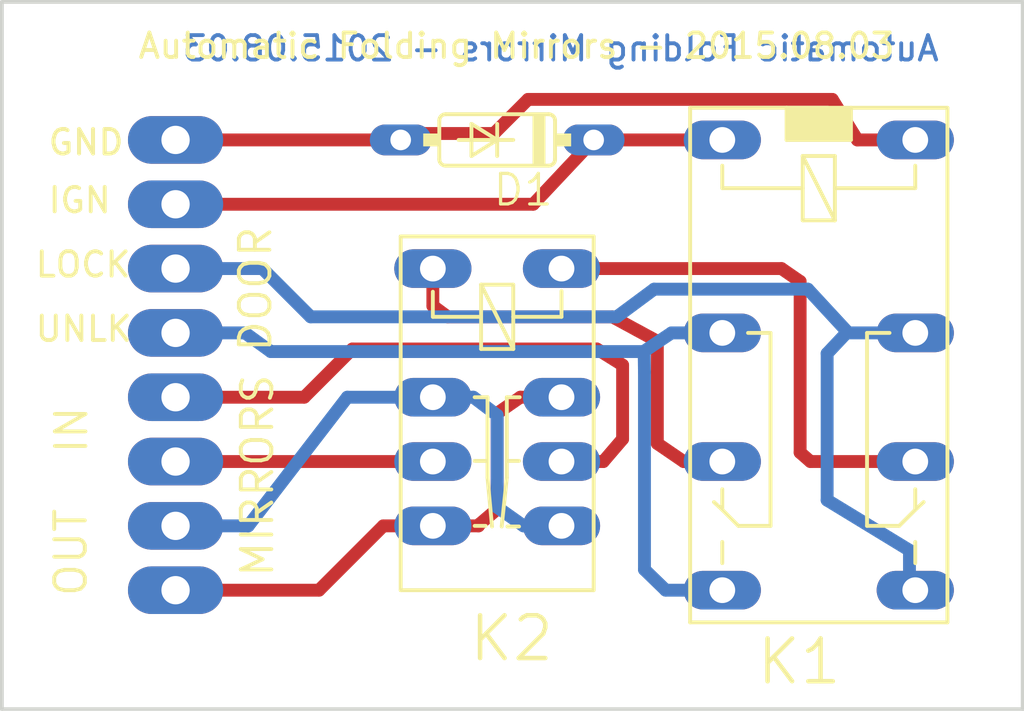
<source format=kicad_pcb>
(kicad_pcb (version 20171130) (host pcbnew "(5.1.2)-1")

  (general
    (thickness 1.6)
    (drawings 15)
    (tracks 70)
    (zones 0)
    (modules 7)
    (nets 11)
  )

  (page A4)
  (layers
    (0 Top signal)
    (31 Bottom signal)
    (32 B.Adhes user)
    (33 F.Adhes user)
    (34 B.Paste user)
    (35 F.Paste user)
    (36 B.SilkS user)
    (37 F.SilkS user)
    (38 B.Mask user)
    (39 F.Mask user)
    (40 Dwgs.User user)
    (41 Cmts.User user)
    (42 Eco1.User user)
    (43 Eco2.User user)
    (44 Edge.Cuts user)
    (45 Margin user)
    (46 B.CrtYd user)
    (47 F.CrtYd user)
    (48 B.Fab user)
    (49 F.Fab user)
  )

  (setup
    (last_trace_width 0.25)
    (trace_clearance 0.1524)
    (zone_clearance 0.508)
    (zone_45_only no)
    (trace_min 0.2)
    (via_size 0.8)
    (via_drill 0.4)
    (via_min_size 0.4)
    (via_min_drill 0.3)
    (uvia_size 0.3)
    (uvia_drill 0.1)
    (uvias_allowed no)
    (uvia_min_size 0.2)
    (uvia_min_drill 0.1)
    (edge_width 0.05)
    (segment_width 0.2)
    (pcb_text_width 0.3)
    (pcb_text_size 1.5 1.5)
    (mod_edge_width 0.12)
    (mod_text_size 1 1)
    (mod_text_width 0.15)
    (pad_size 1.524 1.524)
    (pad_drill 0.762)
    (pad_to_mask_clearance 0.051)
    (solder_mask_min_width 0.25)
    (aux_axis_origin 0 0)
    (visible_elements FFFFFF7F)
    (pcbplotparams
      (layerselection 0x010fc_ffffffff)
      (usegerberextensions false)
      (usegerberattributes false)
      (usegerberadvancedattributes false)
      (creategerberjobfile false)
      (excludeedgelayer true)
      (linewidth 0.100000)
      (plotframeref false)
      (viasonmask false)
      (mode 1)
      (useauxorigin false)
      (hpglpennumber 1)
      (hpglpenspeed 20)
      (hpglpendiameter 15.000000)
      (psnegative false)
      (psa4output false)
      (plotreference true)
      (plotvalue true)
      (plotinvisibletext false)
      (padsonsilk false)
      (subtractmaskfromsilk false)
      (outputformat 1)
      (mirror false)
      (drillshape 1)
      (scaleselection 1)
      (outputdirectory ""))
  )

  (net 0 "")
  (net 1 GND)
  (net 2 "Net-(J2-Pad2)")
  (net 3 "Net-(J2-Pad1)")
  (net 4 "Net-(J3-Pad2)")
  (net 5 "Net-(J3-Pad1)")
  (net 6 "Net-(K1-PadO2)")
  (net 7 "Net-(J4-Pad2)")
  (net 8 "Net-(J4-Pad1)")
  (net 9 "Net-(K1-PadO1)")
  (net 10 "Net-(D1-PadC)")

  (net_class Default "This is the default net class."
    (clearance 0.1524)
    (trace_width 0.25)
    (via_dia 0.8)
    (via_drill 0.4)
    (uvia_dia 0.3)
    (uvia_drill 0.1)
    (add_net GND)
    (add_net "Net-(D1-PadC)")
    (add_net "Net-(J2-Pad1)")
    (add_net "Net-(J2-Pad2)")
    (add_net "Net-(J3-Pad1)")
    (add_net "Net-(J3-Pad2)")
    (add_net "Net-(J4-Pad1)")
    (add_net "Net-(J4-Pad2)")
    (add_net "Net-(K1-PadO1)")
    (add_net "Net-(K1-PadO2)")
  )

  (module folding_mirrors:DO35-7 (layer Top) (tedit 0) (tstamp 5CFD594F)
    (at 147.9041 96.4896 180)
    (descr "<B>DIODE</B><p>\ndiameter 2 mm, horizontal, grid 7.62 mm")
    (path /AE17BF77)
    (fp_text reference D1 (at -2.286 -1.27 180) (layer F.SilkS)
      (effects (font (size 1.2065 1.2065) (thickness 0.127)) (justify right top))
    )
    (fp_text value 1N4148 (at -2.286 2.667 180) (layer F.Fab)
      (effects (font (size 1.2065 1.2065) (thickness 0.127)) (justify right top))
    )
    (fp_poly (pts (xy -2.921 0.254) (xy -2.286 0.254) (xy -2.286 -0.254) (xy -2.921 -0.254)) (layer F.SilkS) (width 0))
    (fp_poly (pts (xy 2.286 0.254) (xy 2.921 0.254) (xy 2.921 -0.254) (xy 2.286 -0.254)) (layer F.SilkS) (width 0))
    (fp_poly (pts (xy -1.905 1.016) (xy -1.397 1.016) (xy -1.397 -1.016) (xy -1.905 -1.016)) (layer F.SilkS) (width 0))
    (fp_line (start -2.032 -1.016) (end 2.032 -1.016) (layer F.SilkS) (width 0.1524))
    (fp_line (start -2.286 -0.762) (end -2.286 0.762) (layer F.SilkS) (width 0.1524))
    (fp_line (start -2.032 1.016) (end 2.032 1.016) (layer F.SilkS) (width 0.1524))
    (fp_arc (start -2.032 0.762) (end -2.286 0.762) (angle -90) (layer F.SilkS) (width 0.1524))
    (fp_arc (start -2.032 -0.762) (end -2.286 -0.762) (angle 90) (layer F.SilkS) (width 0.1524))
    (fp_arc (start 2.032 0.762) (end 2.032 1.016) (angle -90) (layer F.SilkS) (width 0.1524))
    (fp_line (start 2.286 -0.762) (end 2.286 0.762) (layer F.SilkS) (width 0.1524))
    (fp_arc (start 2.032 -0.762) (end 2.032 -1.016) (angle 90) (layer F.SilkS) (width 0.1524))
    (fp_line (start 0 0) (end 0 0.635) (layer F.SilkS) (width 0.1524))
    (fp_line (start 0 -0.635) (end 0 0) (layer F.SilkS) (width 0.1524))
    (fp_line (start 0 0) (end 1.016 -0.635) (layer F.SilkS) (width 0.1524))
    (fp_line (start 0 0) (end 1.524 0) (layer F.SilkS) (width 0.1524))
    (fp_line (start 1.016 0.635) (end 0 0) (layer F.SilkS) (width 0.1524))
    (fp_line (start 1.016 -0.635) (end 1.016 0.635) (layer F.SilkS) (width 0.1524))
    (fp_line (start -0.635 0) (end 0 0) (layer F.SilkS) (width 0.1524))
    (fp_line (start -3.81 0) (end -2.921 0) (layer F.Fab) (width 0.508))
    (fp_line (start 3.81 0) (end 2.921 0) (layer F.Fab) (width 0.508))
    (pad A thru_hole oval (at 3.81 0 180) (size 2.4384 1.2192) (drill 0.8128) (layers *.Cu *.Mask)
      (net 1 GND) (solder_mask_margin 0.0762))
    (pad C thru_hole oval (at -3.81 0 180) (size 2.4384 1.2192) (drill 0.8128) (layers *.Cu *.Mask)
      (net 10 "Net-(D1-PadC)") (solder_mask_margin 0.0762))
  )

  (module folding_mirrors:M02 (layer Top) (tedit 0) (tstamp 5CFD5968)
    (at 135.2041 104.1096 90)
    (descr "Standard 2-pin 0.1\" header")
    (path /C3E76336)
    (fp_text reference J2 (at 0 0 90) (layer F.SilkS) hide
      (effects (font (size 1.27 1.27) (thickness 0.15)))
    )
    (fp_text value M02 (at -1.27 3.81 90) (layer F.Fab)
      (effects (font (size 1.2065 1.2065) (thickness 0.1016)) (justify left bottom))
    )
    (pad 2 thru_hole oval (at 2.54 0 180) (size 3.7592 1.8796) (drill 1.1176) (layers *.Cu *.Mask)
      (net 2 "Net-(J2-Pad2)") (solder_mask_margin 0.0762))
    (pad 1 thru_hole oval (at 0 0 180) (size 3.7592 1.8796) (drill 1.1176) (layers *.Cu *.Mask)
      (net 3 "Net-(J2-Pad1)") (solder_mask_margin 0.0762))
  )

  (module folding_mirrors:M02 (layer Top) (tedit 0) (tstamp 5CFD596D)
    (at 135.2041 114.2696 90)
    (descr "Standard 2-pin 0.1\" header")
    (path /B665FDA9)
    (fp_text reference J3 (at 0 0 90) (layer F.SilkS) hide
      (effects (font (size 1.27 1.27) (thickness 0.15)))
    )
    (fp_text value M02 (at -1.27 3.81 90) (layer F.Fab)
      (effects (font (size 1.2065 1.2065) (thickness 0.1016)) (justify left bottom))
    )
    (pad 2 thru_hole oval (at 2.54 0 180) (size 3.7592 1.8796) (drill 1.1176) (layers *.Cu *.Mask)
      (net 4 "Net-(J3-Pad2)") (solder_mask_margin 0.0762))
    (pad 1 thru_hole oval (at 0 0 180) (size 3.7592 1.8796) (drill 1.1176) (layers *.Cu *.Mask)
      (net 5 "Net-(J3-Pad1)") (solder_mask_margin 0.0762))
  )

  (module folding_mirrors:HK19F (layer Top) (tedit 0) (tstamp 5CFD5972)
    (at 160.6041 100.2996 270)
    (descr "<b>RELAY</b><p>\nDPDT HK19F")
    (path /FD237801)
    (fp_text reference K1 (at 17.78 2.54) (layer F.SilkS)
      (effects (font (size 1.6891 1.6891) (thickness 0.1778)) (justify left bottom))
    )
    (fp_text value HK19F (at 2.54 0.889 270) (layer F.Fab)
      (effects (font (size 1.6891 1.6891) (thickness 0.1778)) (justify right top))
    )
    (fp_poly (pts (xy -5.08 1.27) (xy -3.81 1.27) (xy -3.81 -1.27) (xy -5.08 -1.27)) (layer F.SilkS) (width 0))
    (fp_line (start 10.795 -3.81) (end 10.4902 -4.1402) (layer F.SilkS) (width 0.1524))
    (fp_line (start 12.065 3.81) (end 12.9032 3.81) (layer F.SilkS) (width 0.1524))
    (fp_line (start 10.795 3.81) (end 10.4902 4.1402) (layer F.SilkS) (width 0.1524))
    (fp_line (start 9.9822 3.81) (end 10.795 3.81) (layer F.SilkS) (width 0.1524))
    (fp_line (start 11.43 3.175) (end 10.795 3.81) (layer F.SilkS) (width 0.1524))
    (fp_line (start 11.43 1.905) (end 11.43 3.175) (layer F.SilkS) (width 0.1524))
    (fp_line (start 3.81 1.905) (end 11.43 1.905) (layer F.SilkS) (width 0.1524))
    (fp_line (start 3.81 2.794) (end 3.81 1.905) (layer F.SilkS) (width 0.1524))
    (fp_line (start 12.065 -3.81) (end 12.9032 -3.81) (layer F.SilkS) (width 0.1524))
    (fp_line (start 9.9822 -3.81) (end 10.795 -3.81) (layer F.SilkS) (width 0.1524))
    (fp_line (start 11.43 -3.175) (end 10.795 -3.81) (layer F.SilkS) (width 0.1524))
    (fp_line (start 11.43 -1.905) (end 11.43 -3.175) (layer F.SilkS) (width 0.1524))
    (fp_line (start 3.81 -1.905) (end 11.43 -1.905) (layer F.SilkS) (width 0.1524))
    (fp_line (start 3.81 -2.794) (end 3.81 -1.905) (layer F.SilkS) (width 0.1524))
    (fp_line (start -3.175 0.635) (end -0.635 -0.635) (layer F.SilkS) (width 0.1524))
    (fp_line (start -1.905 3.81) (end -2.794 3.81) (layer F.SilkS) (width 0.1524))
    (fp_line (start -1.905 0.635) (end -0.635 0.635) (layer F.SilkS) (width 0.1524))
    (fp_line (start -1.905 0.635) (end -1.905 3.81) (layer F.SilkS) (width 0.1524))
    (fp_line (start -3.175 0.635) (end -1.905 0.635) (layer F.SilkS) (width 0.1524))
    (fp_line (start -0.635 -0.635) (end -1.905 -0.635) (layer F.SilkS) (width 0.1524))
    (fp_line (start -0.635 0.635) (end -0.635 -0.635) (layer F.SilkS) (width 0.1524))
    (fp_line (start -3.175 -0.635) (end -3.175 0.635) (layer F.SilkS) (width 0.1524))
    (fp_line (start -1.905 -0.635) (end -3.175 -0.635) (layer F.SilkS) (width 0.1524))
    (fp_line (start -1.905 -3.81) (end -1.905 -0.635) (layer F.SilkS) (width 0.1524))
    (fp_line (start -2.794 -3.81) (end -1.905 -3.81) (layer F.SilkS) (width 0.1524))
    (fp_line (start -5.08 1.27) (end -5.08 5.08) (layer F.SilkS) (width 0.1524))
    (fp_line (start -3.81 1.27) (end -5.08 1.27) (layer F.SilkS) (width 0.1524))
    (fp_line (start -5.08 -1.27) (end -5.08 1.27) (layer F.SilkS) (width 0.1524))
    (fp_line (start -3.81 -1.27) (end -3.81 1.27) (layer F.SilkS) (width 0.1524))
    (fp_line (start -5.08 -1.27) (end -3.81 -1.27) (layer F.SilkS) (width 0.1524))
    (fp_line (start -5.08 -5.08) (end -5.08 -1.27) (layer F.SilkS) (width 0.1524))
    (fp_line (start 15.24 -5.08) (end -5.08 -5.08) (layer F.SilkS) (width 0.1524))
    (fp_line (start 15.24 5.08) (end 15.24 -5.08) (layer F.SilkS) (width 0.1524))
    (fp_line (start -5.08 5.08) (end 15.24 5.08) (layer F.SilkS) (width 0.1524))
    (pad 16 thru_hole oval (at -3.81 -3.81) (size 3.048 1.524) (drill 1.016) (layers *.Cu *.Mask)
      (net 1 GND) (solder_mask_margin 0.0762))
    (pad P2 thru_hole oval (at 3.81 -3.81) (size 3.048 1.524) (drill 1.016) (layers *.Cu *.Mask)
      (net 2 "Net-(J2-Pad2)") (solder_mask_margin 0.0762))
    (pad O2 thru_hole oval (at 8.89 -3.81) (size 3.048 1.524) (drill 1.016) (layers *.Cu *.Mask)
      (net 6 "Net-(K1-PadO2)") (solder_mask_margin 0.0762))
    (pad S2 thru_hole oval (at 13.97 -3.81) (size 3.048 1.524) (drill 1.016) (layers *.Cu *.Mask)
      (net 2 "Net-(J2-Pad2)") (solder_mask_margin 0.0762))
    (pad S1 thru_hole oval (at 13.97 3.81) (size 3.048 1.524) (drill 1.016) (layers *.Cu *.Mask)
      (net 3 "Net-(J2-Pad1)") (solder_mask_margin 0.0762))
    (pad O1 thru_hole oval (at 8.89 3.81) (size 3.048 1.524) (drill 1.016) (layers *.Cu *.Mask)
      (net 9 "Net-(K1-PadO1)") (solder_mask_margin 0.0762))
    (pad P1 thru_hole oval (at 3.81 3.81) (size 3.048 1.524) (drill 1.016) (layers *.Cu *.Mask)
      (net 3 "Net-(J2-Pad1)") (solder_mask_margin 0.0762))
    (pad 1 thru_hole oval (at -3.81 3.81) (size 3.048 1.524) (drill 1.016) (layers *.Cu *.Mask)
      (net 10 "Net-(D1-PadC)") (solder_mask_margin 0.0762))
  )

  (module folding_mirrors:NEC-EC2-EE2 (layer Top) (tedit 0) (tstamp 5CFD59A0)
    (at 145.3641 106.6496 270)
    (descr "<b>RELAY</b><p>\nNEC EC2-EE2 DPDT Latching relay")
    (path /4C99C424)
    (fp_text reference K2 (at 10.5156 -1.3462) (layer F.SilkS)
      (effects (font (size 1.6891 1.6891) (thickness 0.1778)) (justify left bottom))
    )
    (fp_text value NEC-EC2-EE2 (at -6.5278 3.8608 270) (layer F.Fab)
      (effects (font (size 1.6891 1.6891) (thickness 0.1778)) (justify right top))
    )
    (fp_line (start 2.5146 -3.4036) (end 2.5146 -2.921) (layer F.SilkS) (width 0.1524))
    (fp_line (start 0 -3.429) (end 0 -2.921) (layer F.SilkS) (width 0.1524))
    (fp_line (start 5.08 -2.0828) (end 5.08 -1.651) (layer F.SilkS) (width 0.1524))
    (fp_line (start 5.1054 -3.4036) (end 5.1054 -2.9464) (layer F.SilkS) (width 0.1524))
    (fp_line (start 2.5146 -2.159) (end 2.5146 -1.651) (layer F.SilkS) (width 0.1524))
    (fp_line (start 0 -2.159) (end 0 -1.651) (layer F.SilkS) (width 0.1524))
    (fp_line (start 5.1054 -2.7178) (end 3.175 -2.921) (layer F.SilkS) (width 0.1524))
    (fp_line (start 5.1054 -2.3368) (end 3.175 -2.159) (layer F.SilkS) (width 0.1524))
    (fp_line (start 2.5146 -2.159) (end 3.175 -2.159) (layer F.SilkS) (width 0.1524))
    (fp_line (start 0 -2.159) (end 2.5146 -2.159) (layer F.SilkS) (width 0.1524))
    (fp_line (start 2.5146 -2.921) (end 3.175 -2.921) (layer F.SilkS) (width 0.1524))
    (fp_line (start 0 -2.921) (end 2.5146 -2.921) (layer F.SilkS) (width 0.1524))
    (fp_line (start -4.445 -1.905) (end -1.905 -3.175) (layer F.SilkS) (width 0.1524))
    (fp_line (start -3.175 0) (end -4.1656 0) (layer F.SilkS) (width 0.1524))
    (fp_line (start -3.175 -1.905) (end -1.905 -1.905) (layer F.SilkS) (width 0.1524))
    (fp_line (start -3.175 -1.905) (end -3.175 0) (layer F.SilkS) (width 0.1524))
    (fp_line (start -4.445 -1.905) (end -3.175 -1.905) (layer F.SilkS) (width 0.1524))
    (fp_line (start -1.905 -3.175) (end -3.175 -3.175) (layer F.SilkS) (width 0.1524))
    (fp_line (start -1.905 -1.905) (end -1.905 -3.175) (layer F.SilkS) (width 0.1524))
    (fp_line (start -4.445 -3.175) (end -4.445 -1.905) (layer F.SilkS) (width 0.1524))
    (fp_line (start -3.175 -3.175) (end -4.445 -3.175) (layer F.SilkS) (width 0.1524))
    (fp_line (start -3.175 -5.08) (end -3.175 -3.175) (layer F.SilkS) (width 0.1524))
    (fp_line (start -4.191 -5.08) (end -3.175 -5.08) (layer F.SilkS) (width 0.1524))
    (fp_line (start -6.35 -6.35) (end -6.35 1.27) (layer F.SilkS) (width 0.1524))
    (fp_line (start 7.62 -6.35) (end -6.35 -6.35) (layer F.SilkS) (width 0.1524))
    (fp_line (start 7.62 1.27) (end 7.62 -6.35) (layer F.SilkS) (width 0.1524))
    (fp_line (start -6.35 1.27) (end 7.62 1.27) (layer F.SilkS) (width 0.1524))
    (pad 16 thru_hole oval (at -5.08 -5.08) (size 3.048 1.524) (drill 1.016) (layers *.Cu *.Mask)
      (net 6 "Net-(K1-PadO2)") (solder_mask_margin 0.0762))
    (pad P2 thru_hole oval (at 2.54 -5.08) (size 3.048 1.524) (drill 1.016) (layers *.Cu *.Mask)
      (net 7 "Net-(J4-Pad2)") (solder_mask_margin 0.0762))
    (pad O2 thru_hole oval (at 0 -5.08) (size 3.048 1.524) (drill 1.016) (layers *.Cu *.Mask)
      (net 5 "Net-(J3-Pad1)") (solder_mask_margin 0.0762))
    (pad S2 thru_hole oval (at 5.08 -5.08) (size 3.048 1.524) (drill 1.016) (layers *.Cu *.Mask)
      (net 4 "Net-(J3-Pad2)") (solder_mask_margin 0.0762))
    (pad S1 thru_hole oval (at 5.08 0) (size 3.048 1.524) (drill 1.016) (layers *.Cu *.Mask)
      (net 5 "Net-(J3-Pad1)") (solder_mask_margin 0.0762))
    (pad O1 thru_hole oval (at 0 0) (size 3.048 1.524) (drill 1.016) (layers *.Cu *.Mask)
      (net 4 "Net-(J3-Pad2)") (solder_mask_margin 0.0762))
    (pad P1 thru_hole oval (at 2.54 0) (size 3.048 1.524) (drill 1.016) (layers *.Cu *.Mask)
      (net 8 "Net-(J4-Pad1)") (solder_mask_margin 0.0762))
    (pad 1 thru_hole oval (at -5.08 0) (size 3.048 1.524) (drill 1.016) (layers *.Cu *.Mask)
      (net 9 "Net-(K1-PadO1)") (solder_mask_margin 0.0762))
  )

  (module folding_mirrors:M02 (layer Top) (tedit 0) (tstamp 5CFD59C6)
    (at 135.2041 99.0296 90)
    (descr "Standard 2-pin 0.1\" header")
    (path /449C7C68)
    (fp_text reference J1 (at 0 0 90) (layer F.SilkS) hide
      (effects (font (size 1.27 1.27) (thickness 0.15)))
    )
    (fp_text value M02 (at -1.27 3.81 90) (layer F.Fab)
      (effects (font (size 1.2065 1.2065) (thickness 0.1016)) (justify left bottom))
    )
    (pad 2 thru_hole oval (at 2.54 0 180) (size 3.7592 1.8796) (drill 1.1176) (layers *.Cu *.Mask)
      (net 1 GND) (solder_mask_margin 0.0762))
    (pad 1 thru_hole oval (at 0 0 180) (size 3.7592 1.8796) (drill 1.1176) (layers *.Cu *.Mask)
      (net 10 "Net-(D1-PadC)") (solder_mask_margin 0.0762))
  )

  (module folding_mirrors:M02 (layer Top) (tedit 0) (tstamp 5CFD59CB)
    (at 135.2041 109.1896 90)
    (descr "Standard 2-pin 0.1\" header")
    (path /FA7CA15B)
    (fp_text reference J4 (at 0 0 90) (layer F.SilkS) hide
      (effects (font (size 1.27 1.27) (thickness 0.15)))
    )
    (fp_text value M02 (at -1.27 3.81 90) (layer F.Fab)
      (effects (font (size 1.2065 1.2065) (thickness 0.1016)) (justify left bottom))
    )
    (pad 2 thru_hole oval (at 2.54 0 180) (size 3.7592 1.8796) (drill 1.1176) (layers *.Cu *.Mask)
      (net 7 "Net-(J4-Pad2)") (solder_mask_margin 0.0762))
    (pad 1 thru_hole oval (at 0 0 180) (size 3.7592 1.8796) (drill 1.1176) (layers *.Cu *.Mask)
      (net 8 "Net-(J4-Pad1)") (solder_mask_margin 0.0762))
  )

  (gr_line (start 128.3461 118.9686) (end 168.6561 118.9686) (layer Edge.Cuts) (width 0.15) (tstamp E53D500))
  (gr_line (start 168.6561 118.9686) (end 168.6561 91.0386) (layer Edge.Cuts) (width 0.15) (tstamp E53D5A0))
  (gr_line (start 168.6561 91.0386) (end 128.3461 91.0386) (layer Edge.Cuts) (width 0.15) (tstamp E53C9C0))
  (gr_line (start 128.3461 91.0386) (end 128.3461 118.9686) (layer Edge.Cuts) (width 0.15) (tstamp E53D0A0))
  (gr_text OUT (at 131.7751 114.5998 90) (layer F.SilkS) (tstamp E53DC80)
    (effects (font (size 1.2065 1.2065) (thickness 0.1524)) (justify left bottom))
  )
  (gr_text DOOR (at 139.0649 104.9478 90) (layer F.SilkS) (tstamp E53C560)
    (effects (font (size 1.2065 1.2065) (thickness 0.1524)) (justify left bottom))
  )
  (gr_text IN (at 131.8005 108.961 90) (layer F.SilkS) (tstamp E53D1E0)
    (effects (font (size 1.2065 1.2065) (thickness 0.1524)) (justify left bottom))
  )
  (gr_text IGN (at 130.0987 99.436) (layer F.SilkS) (tstamp E53DF00)
    (effects (font (size 0.9652 0.9652) (thickness 0.1524)) (justify left bottom))
  )
  (gr_text LOCK (at 129.5907 101.976) (layer F.SilkS) (tstamp E53C240)
    (effects (font (size 0.9652 0.9652) (thickness 0.1524)) (justify left bottom))
  )
  (gr_text "Automatic Folding Mirrors - 2015.08.03" (at 133.6547 93.34) (layer F.SilkS) (tstamp E53C380)
    (effects (font (size 0.9652 0.9652) (thickness 0.1524)) (justify left bottom))
  )
  (gr_text "Automatic Folding Mirrors - 2015.08.03" (at 165.4301 93.4416) (layer Bottom) (tstamp E53C600)
    (effects (font (size 0.9652 0.9652) (thickness 0.1524)) (justify left bottom mirror))
  )
  (gr_text GND (at 130.0987 97.15) (layer F.SilkS) (tstamp E53C7E0)
    (effects (font (size 0.9652 0.9652) (thickness 0.1524)) (justify left bottom))
  )
  (gr_text GND (at 130.0987 97.15) (layer F.SilkS) (tstamp 1BD084A0)
    (effects (font (size 0.9652 0.9652) (thickness 0.1524)) (justify left bottom))
  )
  (gr_text UNLK (at 129.5907 104.516) (layer F.SilkS) (tstamp 1BD093A0)
    (effects (font (size 0.9652 0.9652) (thickness 0.1524)) (justify left bottom))
  )
  (gr_text MIRRORS (at 139.1411 113.8378 90) (layer F.SilkS) (tstamp 1BD09B20)
    (effects (font (size 1.2065 1.2065) (thickness 0.1524)) (justify left bottom))
  )

  (segment (start 156.7941 96.4896) (end 151.7141 96.4896) (width 0.508) (layer Top) (net 10) (tstamp 199DB300))
  (segment (start 151.7141 96.4896) (end 149.3265 99.0296) (width 0.508) (layer Top) (net 10) (tstamp 199DB620))
  (segment (start 135.2041 99.0296) (end 149.3265 99.0296) (width 0.508) (layer Top) (net 10) (tstamp 199DAB80))
  (segment (start 147.7771 96.2356) (end 144.3735 96.2356) (width 0.508) (layer Top) (net 1) (tstamp 199DC5C0))
  (segment (start 149.1233 94.8894) (end 147.7771 96.2356) (width 0.508) (layer Top) (net 1) (tstamp 199DAFE0))
  (segment (start 161.1375 94.8894) (end 149.1233 94.8894) (width 0.508) (layer Top) (net 1) (tstamp 199DB080))
  (segment (start 164.4141 96.4896) (end 162.1281 96.4896) (width 0.508) (layer Top) (net 1) (tstamp 199DB120))
  (segment (start 162.1281 96.4896) (end 161.1375 94.8894) (width 0.508) (layer Top) (net 1) (tstamp 199DC020))
  (segment (start 144.3735 96.2356) (end 144.0941 96.4896) (width 0.508) (layer Top) (net 1) (tstamp 199D9E60))
  (segment (start 135.2041 96.4896) (end 144.0941 96.4896) (width 0.508) (layer Top) (net 1) (tstamp 199DB260))
  (segment (start 164.1855 112.6948) (end 164.1855 114.0664) (width 0.508) (layer Bottom) (net 2) (tstamp 199DA040))
  (segment (start 160.9343 110.7136) (end 164.1855 112.6948) (width 0.508) (layer Bottom) (net 2) (tstamp 199DA0E0))
  (segment (start 160.9343 104.9224) (end 160.9343 110.7136) (width 0.508) (layer Bottom) (net 2) (tstamp 199DA180))
  (segment (start 161.7217 104.1096) (end 161.7344 104.0715) (width 0.508) (layer Bottom) (net 2) (tstamp 199DA2C0))
  (segment (start 161.7344 104.0715) (end 160.9343 104.9224) (width 0.508) (layer Bottom) (net 2) (tstamp 199DA360))
  (segment (start 164.1855 114.0664) (end 164.4141 114.2696) (width 0.508) (layer Bottom) (net 2) (tstamp 199DB6C0))
  (segment (start 161.7217 104.1096) (end 164.4141 104.1096) (width 0.508) (layer Bottom) (net 2) (tstamp 199DA400))
  (segment (start 138.6331 101.5696) (end 135.2041 101.5696) (width 0.508) (layer Bottom) (net 2) (tstamp 199DA4A0))
  (segment (start 140.5381 103.4746) (end 138.6331 101.5696) (width 0.508) (layer Bottom) (net 2) (tstamp 199DA5E0))
  (segment (start 160.1723 102.3824) (end 154.1017 102.3824) (width 0.508) (layer Bottom) (net 2) (tstamp 199E1CF0))
  (segment (start 154.1017 102.3824) (end 152.6285 103.4746) (width 0.508) (layer Bottom) (net 2) (tstamp 199E0670))
  (segment (start 152.6285 103.4746) (end 140.5381 103.4746) (width 0.508) (layer Bottom) (net 2) (tstamp 199E0C10))
  (segment (start 161.7344 104.0715) (end 160.1723 102.3824) (width 0.508) (layer Bottom) (net 2) (tstamp 199E0710))
  (segment (start 153.7207 113.4568) (end 154.5589 114.2696) (width 0.508) (layer Bottom) (net 3) (tstamp 199E11B0))
  (segment (start 153.7207 105.659) (end 153.7207 113.4568) (width 0.508) (layer Bottom) (net 3) (tstamp 199E1610))
  (segment (start 154.7875 104.1096) (end 153.708 104.8335) (width 0.508) (layer Bottom) (net 3) (tstamp 199E0850))
  (segment (start 153.708 104.8335) (end 153.7207 105.659) (width 0.508) (layer Bottom) (net 3) (tstamp 199E16B0))
  (segment (start 154.5589 114.2696) (end 156.7941 114.2696) (width 0.508) (layer Bottom) (net 3) (tstamp 199E1750))
  (segment (start 154.7875 104.1096) (end 156.7941 104.1096) (width 0.508) (layer Bottom) (net 3) (tstamp 199E1930))
  (segment (start 137.9473 104.1096) (end 135.2041 104.1096) (width 0.508) (layer Bottom) (net 3) (tstamp 199E19D0))
  (segment (start 138.9633 104.8462) (end 137.9473 104.1096) (width 0.508) (layer Bottom) (net 3) (tstamp 199E0E90))
  (segment (start 153.6953 104.8462) (end 138.9633 104.8462) (width 0.508) (layer Bottom) (net 3) (tstamp 199E0F30))
  (segment (start 153.6953 104.8462) (end 153.708 104.8335) (width 0.508) (layer Bottom) (net 3) (tstamp 199E1250))
  (segment (start 147.2183 111.6534) (end 147.1675 111.7296) (width 0.508) (layer Top) (net 5) (tstamp 199E1390))
  (segment (start 148.8185 106.6496) (end 147.9041 107.2846) (width 0.508) (layer Top) (net 5) (tstamp 199E0CB0))
  (segment (start 147.9041 107.2846) (end 147.9041 111.0692) (width 0.508) (layer Top) (net 5) (tstamp 199E1BB0))
  (segment (start 147.9041 111.0692) (end 147.2183 111.6534) (width 0.508) (layer Top) (net 5) (tstamp 199E1430))
  (segment (start 147.1675 111.7296) (end 145.3641 111.7296) (width 0.508) (layer Top) (net 5) (tstamp 199E14D0))
  (segment (start 148.8185 106.6496) (end 150.4441 106.6496) (width 0.508) (layer Top) (net 5) (tstamp 199E08F0))
  (segment (start 140.8683 114.2696) (end 135.2041 114.2696) (width 0.508) (layer Top) (net 5) (tstamp 199E0D50))
  (segment (start 143.4083 111.7296) (end 140.8683 114.2696) (width 0.508) (layer Top) (net 5) (tstamp 199E1570))
  (segment (start 143.4083 111.7296) (end 145.3641 111.7296) (width 0.508) (layer Top) (net 5) (tstamp 199E1A70))
  (segment (start 135.2041 109.1896) (end 145.3641 109.1896) (width 0.508) (layer Top) (net 8) (tstamp 199E0B70))
  (segment (start 147.9041 110.993) (end 148.9455 111.7296) (width 0.508) (layer Bottom) (net 4) (tstamp 199DFC70))
  (segment (start 147.9041 107.3608) (end 147.9041 110.993) (width 0.508) (layer Bottom) (net 4) (tstamp 199DE690))
  (segment (start 146.9643 106.6496) (end 147.9041 107.3608) (width 0.508) (layer Bottom) (net 4) (tstamp 199DF810))
  (segment (start 145.3641 106.6496) (end 146.9643 106.6496) (width 0.508) (layer Bottom) (net 4) (tstamp 199DE870))
  (segment (start 148.9455 111.7296) (end 150.4441 111.7296) (width 0.508) (layer Bottom) (net 4) (tstamp 199DE2D0))
  (segment (start 138.0743 111.7296) (end 135.2041 111.7296) (width 0.508) (layer Bottom) (net 4) (tstamp 199DE9B0))
  (segment (start 141.9859 106.6496) (end 138.0743 111.7296) (width 0.508) (layer Bottom) (net 4) (tstamp 199DE190))
  (segment (start 141.9859 106.6496) (end 145.3641 106.6496) (width 0.508) (layer Bottom) (net 4) (tstamp 199DF590))
  (segment (start 154.2287 108.4784) (end 155.2701 109.1896) (width 0.508) (layer Top) (net 9) (tstamp 199E0030))
  (segment (start 154.2287 104.4398) (end 154.2287 108.4784) (width 0.508) (layer Top) (net 9) (tstamp 199DEA50))
  (segment (start 152.4507 103.4746) (end 154.2287 104.4398) (width 0.508) (layer Top) (net 9) (tstamp 199DF090))
  (segment (start 145.9483 103.4746) (end 152.4507 103.4746) (width 0.508) (layer Top) (net 9) (tstamp 199DED70))
  (segment (start 155.2701 109.1896) (end 156.7941 109.1896) (width 0.508) (layer Top) (net 9) (tstamp 199DE910))
  (segment (start 145.9483 103.4746) (end 145.3641 103.0428) (width 0.508) (layer Top) (net 9) (tstamp 199DFDB0))
  (segment (start 145.3641 103.0428) (end 145.3641 101.5696) (width 0.508) (layer Top) (net 9) (tstamp 199E00D0))
  (segment (start 159.8675 108.834) (end 160.2739 109.1896) (width 0.508) (layer Top) (net 6) (tstamp 199E0490))
  (segment (start 159.8675 102.0776) (end 159.8675 108.834) (width 0.508) (layer Top) (net 6) (tstamp 199DF770))
  (segment (start 159.1309 101.5696) (end 159.8675 102.0776) (width 0.508) (layer Top) (net 6) (tstamp 199DFE50))
  (segment (start 160.2739 109.1896) (end 164.4141 109.1896) (width 0.508) (layer Top) (net 6) (tstamp 199DE730))
  (segment (start 159.1309 101.5696) (end 150.4441 101.5696) (width 0.508) (layer Top) (net 6) (tstamp 199DECD0))
  (segment (start 135.2041 106.6496) (end 140.2841 106.6496) (width 0.508) (layer Top) (net 7) (tstamp 199E0210))
  (segment (start 140.2841 106.6496) (end 142.1891 104.7446) (width 0.508) (layer Top) (net 7) (tstamp 199DF8B0))
  (segment (start 142.1891 104.7446) (end 151.8411 104.7446) (width 0.508) (layer Top) (net 7) (tstamp 199DF630))
  (segment (start 151.8411 104.7446) (end 152.8571 105.3796) (width 0.508) (layer Top) (net 7) (tstamp 199DFA90))
  (segment (start 152.8571 105.3796) (end 152.8571 108.3006) (width 0.508) (layer Top) (net 7) (tstamp 199DEE10))
  (segment (start 152.8571 108.3006) (end 152.0951 109.1896) (width 0.508) (layer Top) (net 7) (tstamp 199E0170))
  (segment (start 152.0951 109.1896) (end 150.4441 109.1896) (width 0.508) (layer Top) (net 7) (tstamp 199DF4F0))

)

</source>
